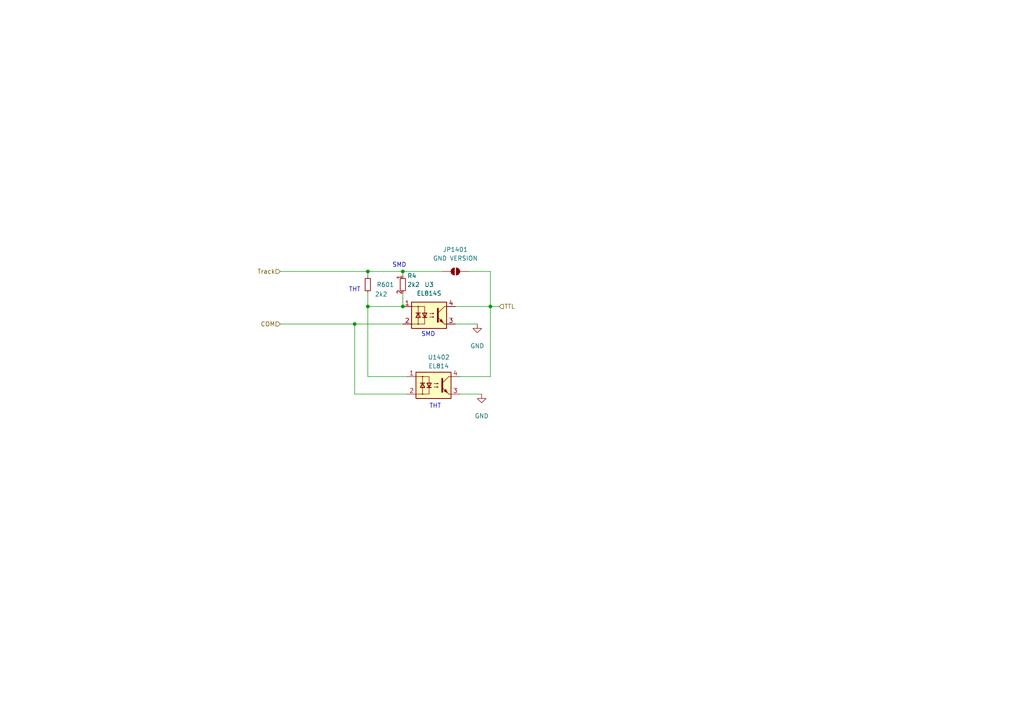
<source format=kicad_sch>
(kicad_sch (version 20231120) (generator "eeschema") (generator_version "8.0")
  (paper "A4")
  (lib_symbols
    (symbol "Device:R_Small" (pin_numbers hide) (pin_names (offset 0.254) hide)
      (property "Reference" "R" (at 0.762 0.508 0))
      (property "Value" "R_Small" (at 0.762 -1.016 0))
      (symbol "R_Small_0_1"
        (rectangle (start -0.762 1.778) (end 0.762 -1.778) (stroke (width 0.2032)))
      )
      (symbol "R_Small_1_1"
        (pin passive line (at 0 2.54 270) (length 0.762) (name "~") (number "1"))
        (pin passive line (at 0 -2.54 90) (length 0.762) (name "~") (number "2"))
      )
    )
    (symbol "Isolator:EL814" (pin_names (offset 1.016))
      (property "Reference" "U" (at -5.334 4.826 0))
      (property "Value" "EL814" (at 0 5.08 0))
      (symbol "EL814_0_1"
        (rectangle (start -5.08 3.81) (end 5.08 -3.81) (stroke (width 0.254)) (fill (type background)))
        (circle (center -3.175 -2.54) (radius 0.127))
        (circle (center -3.175 2.54) (radius 0.127))
        (polyline (pts (xy -3.81 0.635) (xy -2.54 0.635)) (stroke (width 0.254)))
        (polyline (pts (xy -3.175 -0.635) (xy -3.175 -2.54)))
        (polyline (pts (xy -3.175 0.635) (xy -3.175 -0.635)))
        (polyline (pts (xy -3.175 0.635) (xy -3.175 2.54)))
        (polyline (pts (xy -1.905 -0.635) (xy -0.635 -0.635)) (stroke (width 0.254)))
        (polyline (pts (xy -1.27 0.635) (xy -1.27 -0.635)))
        (polyline (pts (xy 2.54 0.635) (xy 4.445 2.54)))
        (polyline (pts (xy 4.445 -2.54) (xy 2.54 -0.635)) (fill (type outline)))
        (polyline (pts (xy 4.445 -2.54) (xy 5.08 -2.54)))
        (polyline (pts (xy 4.445 2.54) (xy 5.08 2.54)))
        (polyline (pts (xy -5.08 2.54) (xy -1.27 2.54) (xy -1.27 0.635)))
        (polyline (pts (xy -1.27 -0.635) (xy -1.27 -2.54) (xy -5.08 -2.54)))
        (polyline (pts (xy 2.54 1.905) (xy 2.54 -1.905) (xy 2.54 -1.905)) (stroke (width 0.508)))
        (polyline (pts (xy -3.175 0.635) (xy -3.81 -0.635) (xy -2.54 -0.635) (xy -3.175 0.635)) (stroke (width 0.254)))
        (polyline (pts (xy -1.27 -0.635) (xy -1.905 0.635) (xy -0.635 0.635) (xy -1.27 -0.635)) (stroke (width 0.254)))
        (polyline (pts (xy 0.127 -0.508) (xy 1.397 -0.508) (xy 1.016 -0.635) (xy 1.016 -0.381) (xy 1.397 -0.508)))
        (polyline (pts (xy 0.127 0.508) (xy 1.397 0.508) (xy 1.016 0.381) (xy 1.016 0.635) (xy 1.397 0.508)))
        (polyline (pts (xy 3.048 -1.651) (xy 3.556 -1.143) (xy 4.064 -2.159) (xy 3.048 -1.651) (xy 3.048 -1.651)) (fill (type outline)))
      )
      (symbol "EL814_1_1"
        (pin passive line (at -7.62 2.54 0) (length 2.54) (name "~") (number "1"))
        (pin passive line (at -7.62 -2.54 0) (length 2.54) (name "~") (number "2"))
        (pin passive line (at 7.62 -2.54 180) (length 2.54) (name "~") (number "3"))
        (pin passive line (at 7.62 2.54 180) (length 2.54) (name "~") (number "4"))
      )
    )
    (symbol "Jumper:SolderJumper_2_Open" (pin_numbers hide) (pin_names (offset 0) hide) (exclude_from_sim yes) (in_bom no)
      (property "Reference" "JP" (at 0 2.032 0))
      (property "Value" "SolderJumper_2_Open" (at 0 -2.54 0))
      (symbol "SolderJumper_2_Open_0_1"
        (arc (start -0.254 1.016) (mid -1.2656 0) (end -0.254 -1.016))
        (arc (start -0.254 1.016) (mid -1.2656 0) (end -0.254 -1.016) (fill (type outline)))
        (polyline (pts (xy -0.254 1.016) (xy -0.254 -1.016)))
        (polyline (pts (xy 0.254 1.016) (xy 0.254 -1.016)))
        (arc (start 0.254 -1.016) (mid 1.2656 0) (end 0.254 1.016))
        (arc (start 0.254 -1.016) (mid 1.2656 0) (end 0.254 1.016) (fill (type outline)))
      )
      (symbol "SolderJumper_2_Open_1_1"
        (pin passive line (at -3.81 0 0) (length 2.54) (name "A") (number "1"))
        (pin passive line (at 3.81 0 180) (length 2.54) (name "B") (number "2"))
      )
    )
    (symbol "custom_kicad_lib_sk:EL814S" (pin_names (offset 1.016))
      (property "Reference" "U" (at -5.334 4.826 0))
      (property "Value" "EL814" (at 0 5.08 0))
      (symbol "EL814S_0_1"
        (rectangle (start -5.08 3.81) (end 5.08 -3.81) (stroke (width 0.254)) (fill (type background)))
        (circle (center -3.175 -2.54) (radius 0.127))
        (circle (center -3.175 2.54) (radius 0.127))
        (polyline (pts (xy -3.81 0.635) (xy -2.54 0.635)) (stroke (width 0.254)))
        (polyline (pts (xy -3.175 -0.635) (xy -3.175 -2.54)))
        (polyline (pts (xy -3.175 0.635) (xy -3.175 -0.635)))
        (polyline (pts (xy -3.175 0.635) (xy -3.175 2.54)))
        (polyline (pts (xy -1.905 -0.635) (xy -0.635 -0.635)) (stroke (width 0.254)))
        (polyline (pts (xy -1.27 0.635) (xy -1.27 -0.635)))
        (polyline (pts (xy 2.54 0.635) (xy 4.445 2.54)))
        (polyline (pts (xy 4.445 -2.54) (xy 2.54 -0.635)) (fill (type outline)))
        (polyline (pts (xy 4.445 -2.54) (xy 5.08 -2.54)))
        (polyline (pts (xy 4.445 2.54) (xy 5.08 2.54)))
        (polyline (pts (xy -5.08 2.54) (xy -1.27 2.54) (xy -1.27 0.635)))
        (polyline (pts (xy -1.27 -0.635) (xy -1.27 -2.54) (xy -5.08 -2.54)))
        (polyline (pts (xy 2.54 1.905) (xy 2.54 -1.905) (xy 2.54 -1.905)) (stroke (width 0.508)))
        (polyline (pts (xy -3.175 0.635) (xy -3.81 -0.635) (xy -2.54 -0.635) (xy -3.175 0.635)) (stroke (width 0.254)))
        (polyline (pts (xy -1.27 -0.635) (xy -1.905 0.635) (xy -0.635 0.635) (xy -1.27 -0.635)) (stroke (width 0.254)))
        (polyline (pts (xy 0.127 -0.508) (xy 1.397 -0.508) (xy 1.016 -0.635) (xy 1.016 -0.381) (xy 1.397 -0.508)))
        (polyline (pts (xy 0.127 0.508) (xy 1.397 0.508) (xy 1.016 0.381) (xy 1.016 0.635) (xy 1.397 0.508)))
        (polyline (pts (xy 3.048 -1.651) (xy 3.556 -1.143) (xy 4.064 -2.159) (xy 3.048 -1.651) (xy 3.048 -1.651)) (fill (type outline)))
      )
      (symbol "EL814S_1_1"
        (pin passive line (at -7.62 2.54 0) (length 2.54) (name "~") (number "1"))
        (pin passive line (at -7.62 -2.54 0) (length 2.54) (name "~") (number "2"))
        (pin passive line (at 7.62 -2.54 180) (length 2.54) (name "~") (number "3"))
        (pin passive line (at 7.62 2.54 180) (length 2.54) (name "~") (number "4"))
      )
    )
    (symbol "power:GND" (power) (pin_names (offset 0))
      (property "Value" "GND" (at 0 -3.81 0))
      (symbol "GND_0_1"
        (polyline (pts (xy 0 0) (xy 0 -1.27) (xy 1.27 -1.27) (xy 0 -2.54) (xy -1.27 -1.27) (xy 0 -1.27)))
      )
      (symbol "GND_1_1"
        (pin power_in line (at 0 0 270) (length 0) hide (name "GND") (number "1"))
      )
    )
    (symbol "resistors_0603:R_47R_0603"
      (property "Reference" "R" (at 1.27 2.54 0))
      (property "Value" "47R" (at 2.54 -2.54 0))
      (symbol "R_47R_0603_0_1"
        (rectangle (start -0.762 1.778) (end 0.762 -1.778) (stroke (width 0.2032)))
      )
      (symbol "R_47R_0603_1_1"
        (pin passive line (at 0 2.54 270) (length 0.762) (name "~") (number "1"))
        (pin passive line (at 0 -2.54 90) (length 0.762) (name "~") (number "2"))
      )
    )
  )
  (junction (at 116.84 78.74))
  (junction (at 106.68 78.74))
  (junction (at 142.24 88.9))
  (junction (at 116.84 88.9))
  (junction (at 102.87 93.98))
  (junction (at 106.68 88.9))
  (wire (pts (xy 106.68 78.74) (xy 116.84 78.74)))
  (wire (pts (xy 102.87 114.3) (xy 118.11 114.3)))
  (wire (pts (xy 133.35 109.22) (xy 142.24 109.22)))
  (wire (pts (xy 132.08 88.9) (xy 142.24 88.9)))
  (wire (pts (xy 81.28 78.74) (xy 106.68 78.74)))
  (wire (pts (xy 133.35 114.3) (xy 139.7 114.3)))
  (wire (pts (xy 81.28 93.98) (xy 102.87 93.98)))
  (wire (pts (xy 102.87 93.98) (xy 102.87 114.3)))
  (wire (pts (xy 116.84 78.74) (xy 128.27 78.74)))
  (wire (pts (xy 116.84 85.09) (xy 116.84 88.9)))
  (wire (pts (xy 106.68 88.9) (xy 106.68 109.22)))
  (wire (pts (xy 106.68 109.22) (xy 118.11 109.22)))
  (wire (pts (xy 106.68 80.01) (xy 106.68 78.74)))
  (wire (pts (xy 142.24 78.74) (xy 142.24 88.9)))
  (wire (pts (xy 135.89 78.74) (xy 142.24 78.74)))
  (wire (pts (xy 102.87 93.98) (xy 116.84 93.98)))
  (wire (pts (xy 142.24 109.22) (xy 142.24 88.9)))
  (wire (pts (xy 106.68 88.9) (xy 116.84 88.9)))
  (wire (pts (xy 132.08 93.98) (xy 138.43 93.98)))
  (wire (pts (xy 116.84 78.74) (xy 116.84 80.01)))
  (wire (pts (xy 106.68 85.09) (xy 106.68 88.9)))
  (wire (pts (xy 144.78 88.9) (xy 142.24 88.9)))
  (text "THT\n" (at 126.238 117.856 0) (effects (font (size 1.27 1.27))))
  (text "THT\n" (at 102.87 84.074 0) (effects (font (size 1.27 1.27))))
  (text "SMD\n" (at 124.206 97.028 0) (effects (font (size 1.27 1.27))))
  (text "SMD\n" (at 115.824 76.962 0) (effects (font (size 1.27 1.27))))
  (hierarchical_label "Track" (shape input) (at 81.28 78.74 180))
  (hierarchical_label "COM" (shape input) (at 81.28 93.98 180))
  (hierarchical_label "TTL" (shape input) (at 144.78 88.9 0))
  (symbol (lib_id "Device:R_Small") (at 106.68 82.55 0) (unit 1)
    (property "Reference" "R601" (at 109.22 82.55 0) (effects (justify left)))
    (property "Value" "2k2" (at 108.712 85.344 0) (effects (justify left)))
    (property "Footprint" "Resistor_THT:R_Axial_DIN0204_L3.6mm_D1.6mm_P5.08mm_Horizontal" (effects (hide yes)))
    (property "Description" "Resistor, small symbol" (effects (hide yes)))
    (instances (project "S88_UNO_SHIELD" (path "" (reference "R601") (unit 1)) (path "" (reference "R701") (unit 1)) (path "" (reference "R801") (unit 1)) (path "" (reference "R901") (unit 1)) (path "" (reference "R1001") (unit 1)) (path "" (reference "R1101") (unit 1)) (path "" (reference "R1201") (unit 1)) (path "" (reference "R1301") (unit 1)) (path "" (reference "R1401") (unit 1)) (path "" (reference "R1501") (unit 1)) (path "" (reference "R1601") (unit 1)) (path "" (reference "R1701") (unit 1)) (path "" (reference "R1801") (unit 1)) (path "" (reference "R1901") (unit 1)) (path "" (reference "R2001") (unit 1)) (path "" (reference "R2101") (unit 1))))
  )
  (symbol (lib_id "Isolator:EL814") (at 125.73 111.76 0) (unit 1)
    (property "Reference" "U1402" (at 127.254 103.632 0))
    (property "Value" "EL814" (at 127.254 106.172 0))
    (property "Footprint" "Package_DIP:DIP-4_W7.62mm" (effects (hide yes)))
    (property "Datasheet" "http://www.everlight.com/file/ProductFile/EL814.pdf" (effects (hide yes)))
    (property "Description" "AC/DC NPN Optocoupler, DIP4/SMD4" (effects (hide yes)))
    (instances (project "S88_UNO_SHIELD" (path "" (reference "U1402") (unit 1)) (path "" (reference "U602") (unit 1)) (path "" (reference "U702") (unit 1)) (path "" (reference "U802") (unit 1)) (path "" (reference "U902") (unit 1)) (path "" (reference "U1002") (unit 1)) (path "" (reference "U1102") (unit 1)) (path "" (reference "U1202") (unit 1)) (path "" (reference "U1302") (unit 1)) (path "" (reference "U1502") (unit 1)) (path "" (reference "U1602") (unit 1)) (path "" (reference "U1702") (unit 1)) (path "" (reference "U1802") (unit 1)) (path "" (reference "U1902") (unit 1)) (path "" (reference "U2002") (unit 1)) (path "" (reference "U2102") (unit 1))))
  )
  (symbol (lib_id "power:GND") (at 138.43 93.98 0) (unit 1)
    (property "Reference" "#PWR019" (effects (hide yes)))
    (property "Value" "GND" (at 138.43 100.33 0))
    (instances (project "occupancyDecoder_OPTO" (path "" (reference "#PWR019") (unit 1)) (path "" (reference "#PWR021") (unit 1)) (path "" (reference "#PWR034") (unit 1)) (path "" (reference "#PWR022") (unit 1)) (path "" (reference "#PWR023") (unit 1)) (path "" (reference "#PWR025") (unit 1)) (path "" (reference "#PWR024") (unit 1)) (path "" (reference "#PWR020") (unit 1)) (path "" (reference "#PWR037") (unit 1)) (path "" (reference "#PWR0101") (unit 1)) (path "" (reference "#PWR0102") (unit 1)) (path "" (reference "#PWR0103") (unit 1)) (path "" (reference "#PWR0104") (unit 1)) (path "" (reference "#PWR0105") (unit 1)) (path "" (reference "#PWR0106") (unit 1)) (path "" (reference "#PWR0107") (unit 1))) (project "S88_UNO_SHIELD" (path "" (reference "#PWR0601") (unit 1)) (path "" (reference "#PWR0701") (unit 1)) (path "" (reference "#PWR0801") (unit 1)) (path "" (reference "#PWR0901") (unit 1)) (path "" (reference "#PWR01001") (unit 1)) (path "" (reference "#PWR01101") (unit 1)) (path "" (reference "#PWR01201") (unit 1)) (path "" (reference "#PWR01301") (unit 1)) (path "" (reference "#PWR01401") (unit 1)) (path "" (reference "#PWR01501") (unit 1)) (path "" (reference "#PWR01601") (unit 1)) (path "" (reference "#PWR01701") (unit 1)) (path "" (reference "#PWR01801") (unit 1)) (path "" (reference "#PWR01901") (unit 1)) (path "" (reference "#PWR02001") (unit 1)) (path "" (reference "#PWR02101") (unit 1))))
  )
  (symbol (lib_id "Jumper:SolderJumper_2_Open") (at 132.08 78.74 0) (unit 1) (exclude_from_sim yes) (in_bom no)
    (property "Reference" "JP1401" (at 132.08 72.39 0))
    (property "Value" "GND VERSION" (at 132.08 74.93 0))
    (property "Footprint" "Jumper:SolderJumper-2_P1.3mm_Open_RoundedPad1.0x1.5mm" (effects (hide yes)))
    (property "Description" "Solder Jumper, 2-pole, open" (effects (hide yes)))
    (instances (project "S88_UNO_SHIELD" (path "" (reference "JP1401") (unit 1)) (path "" (reference "JP601") (unit 1)) (path "" (reference "JP701") (unit 1)) (path "" (reference "JP801") (unit 1)) (path "" (reference "JP901") (unit 1)) (path "" (reference "JP1001") (unit 1)) (path "" (reference "JP1101") (unit 1)) (path "" (reference "JP1201") (unit 1)) (path "" (reference "JP1301") (unit 1)) (path "" (reference "JP1501") (unit 1)) (path "" (reference "JP1601") (unit 1)) (path "" (reference "JP1701") (unit 1)) (path "" (reference "JP1801") (unit 1)) (path "" (reference "JP1901") (unit 1)) (path "" (reference "JP2001") (unit 1)) (path "" (reference "JP2101") (unit 1))))
  )
  (symbol (lib_id "resistors_0603:R_47R_0603") (at 116.84 82.55 0) (unit 1)
    (property "Reference" "R4" (at 118.11 80.01 0) (effects (justify left)))
    (property "Value" "2k2" (at 118.11 82.55 0) (effects (justify left)))
    (property "Footprint" "custom_kicad_lib_sk:R_0603_smalltext" (effects (hide yes)))
    (property "JLCPCB Part#" "C4190" (effects (hide yes)))
    (instances (project "occupancyDecoder_OPTO" (path "" (reference "R4") (unit 1)) (path "" (reference "R9") (unit 1)) (path "" (reference "R19") (unit 1)) (path "" (reference "R11") (unit 1)) (path "" (reference "R13") (unit 1)) (path "" (reference "R17") (unit 1)) (path "" (reference "R15") (unit 1)) (path "" (reference "R7") (unit 1)) (path "" (reference "R21") (unit 1)) (path "" (reference "R29") (unit 1)) (path "" (reference "R31") (unit 1)) (path "" (reference "R33") (unit 1)) (path "" (reference "R35") (unit 1)) (path "" (reference "R37") (unit 1)) (path "" (reference "R39") (unit 1)) (path "" (reference "R41") (unit 1))) (project "S88_UNO_SHIELD" (path "" (reference "R602") (unit 1)) (path "" (reference "R702") (unit 1)) (path "" (reference "R802") (unit 1)) (path "" (reference "R902") (unit 1)) (path "" (reference "R1002") (unit 1)) (path "" (reference "R1102") (unit 1)) (path "" (reference "R1202") (unit 1)) (path "" (reference "R1302") (unit 1)) (path "" (reference "R1402") (unit 1)) (path "" (reference "R1502") (unit 1)) (path "" (reference "R1602") (unit 1)) (path "" (reference "R1702") (unit 1)) (path "" (reference "R1802") (unit 1)) (path "" (reference "R1902") (unit 1)) (path "" (reference "R2002") (unit 1)) (path "" (reference "R2102") (unit 1))))
  )
  (symbol (lib_id "custom_kicad_lib_sk:EL814S") (at 124.46 91.44 0) (unit 1)
    (property "Reference" "U3" (at 124.46 82.55 0))
    (property "Value" "EL814S" (at 124.46 85.09 0))
    (property "Footprint" "Package_DIP:SMDIP-4_W9.53mm" (effects (hide yes)))
    (property "Datasheet" "http://www.everlight.com/file/ProductFile/EL814.pdf" (effects (hide yes)))
    (property "JLCPCB Part#" "C500388" (effects (hide yes)))
    (instances (project "occupancyDecoder_OPTO" (path "" (reference "U3") (unit 1)) (path "" (reference "U5") (unit 1)) (path "" (reference "U10") (unit 1)) (path "" (reference "U6") (unit 1)) (path "" (reference "U7") (unit 1)) (path "" (reference "U9") (unit 1)) (path "" (reference "U8") (unit 1)) (path "" (reference "U4") (unit 1)) (path "" (reference "U11") (unit 1)) (path "" (reference "U12") (unit 1)) (path "" (reference "U13") (unit 1)) (path "" (reference "U14") (unit 1)) (path "" (reference "U16") (unit 1)) (path "" (reference "U17") (unit 1)) (path "" (reference "U18") (unit 1)) (path "" (reference "U19") (unit 1))) (project "S88_UNO_SHIELD" (path "" (reference "U601") (unit 1)) (path "" (reference "U701") (unit 1)) (path "" (reference "U801") (unit 1)) (path "" (reference "U901") (unit 1)) (path "" (reference "U1001") (unit 1)) (path "" (reference "U1101") (unit 1)) (path "" (reference "U1201") (unit 1)) (path "" (reference "U1301") (unit 1)) (path "" (reference "U1401") (unit 1)) (path "" (reference "U1501") (unit 1)) (path "" (reference "U1601") (unit 1)) (path "" (reference "U1701") (unit 1)) (path "" (reference "U1801") (unit 1)) (path "" (reference "U1901") (unit 1)) (path "" (reference "U2001") (unit 1)) (path "" (reference "U2101") (unit 1))))
  )
  (symbol (lib_id "power:GND") (at 139.7 114.3 0) (unit 1)
    (property "Reference" "#PWR0602" (effects (hide yes)))
    (property "Value" "GND" (at 139.7 120.65 0))
    (instances (project "S88_UNO_SHIELD" (path "" (reference "#PWR0602") (unit 1)) (path "" (reference "#PWR0702") (unit 1)) (path "" (reference "#PWR0802") (unit 1)) (path "" (reference "#PWR0902") (unit 1)) (path "" (reference "#PWR01002") (unit 1)) (path "" (reference "#PWR01102") (unit 1)) (path "" (reference "#PWR01202") (unit 1)) (path "" (reference "#PWR01302") (unit 1)) (path "" (reference "#PWR01402") (unit 1)) (path "" (reference "#PWR01502") (unit 1)) (path "" (reference "#PWR01602") (unit 1)) (path "" (reference "#PWR01702") (unit 1)) (path "" (reference "#PWR01802") (unit 1)) (path "" (reference "#PWR01902") (unit 1)) (path "" (reference "#PWR02002") (unit 1)) (path "" (reference "#PWR02102") (unit 1))))
  )
)
</source>
